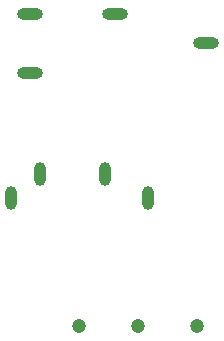
<source format=gbr>
%TF.GenerationSoftware,KiCad,Pcbnew,7.0.2*%
%TF.CreationDate,2024-04-07T07:20:46-07:00*%
%TF.ProjectId,MK-JackAdapter,4d4b2d4a-6163-46b4-9164-61707465722e,1.0*%
%TF.SameCoordinates,Original*%
%TF.FileFunction,Plated,1,2,PTH,Mixed*%
%TF.FilePolarity,Positive*%
%FSLAX46Y46*%
G04 Gerber Fmt 4.6, Leading zero omitted, Abs format (unit mm)*
G04 Created by KiCad (PCBNEW 7.0.2) date 2024-04-07 07:20:46*
%MOMM*%
%LPD*%
G01*
G04 APERTURE LIST*
G04 aperture for slot hole*
%TA.AperFunction,ComponentDrill*%
%ADD10O,1.000000X2.000000*%
%TD*%
G04 aperture for slot hole*
%TA.AperFunction,ComponentDrill*%
%ADD11O,2.200000X1.000000*%
%TD*%
%TA.AperFunction,ComponentDrill*%
%ADD12C,1.200000*%
%TD*%
G04 APERTURE END LIST*
D10*
%TO.C,J2*%
X103515000Y-116612500D03*
D11*
%TO.C,J1*%
X105115000Y-101005000D03*
X105115000Y-106005000D03*
D10*
%TO.C,J2*%
X105915000Y-114612500D03*
X111415000Y-114612500D03*
D11*
%TO.C,J1*%
X112315000Y-101005000D03*
D10*
%TO.C,J2*%
X115115000Y-116612500D03*
D11*
%TO.C,J1*%
X120015000Y-103505000D03*
D12*
%TO.C,J3*%
X109277000Y-127421000D03*
X114277000Y-127421000D03*
X119277000Y-127421000D03*
M02*

</source>
